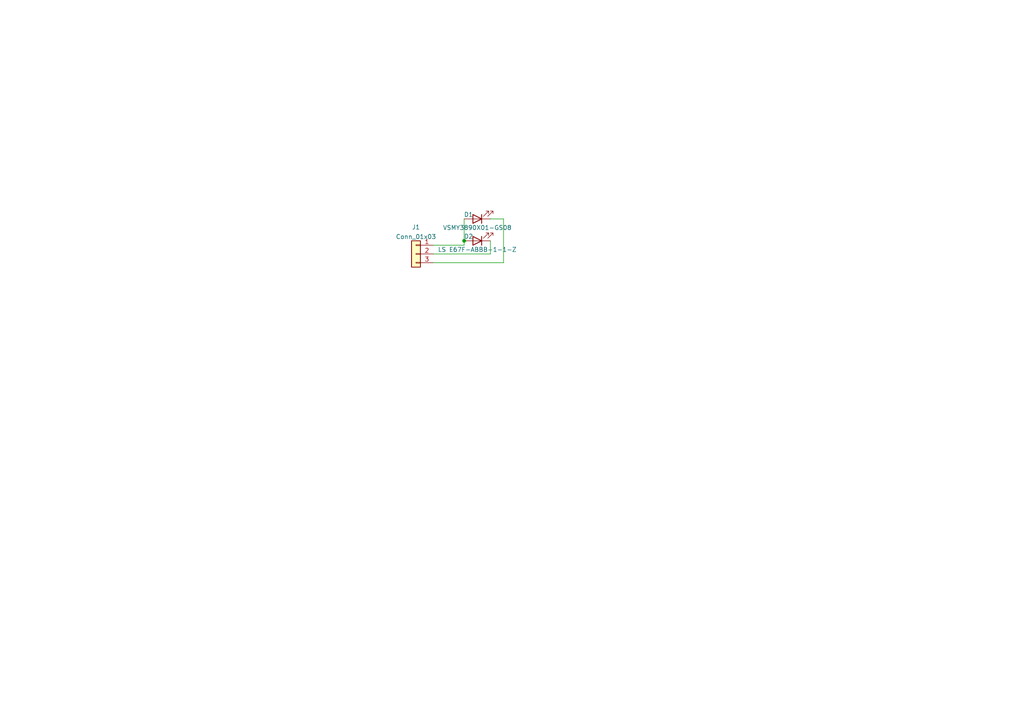
<source format=kicad_sch>
(kicad_sch (version 20211123) (generator eeschema)
  (paper "A4")
  (lib_symbols
    (symbol "Connector_Generic:Conn_01x03" (pin_names (offset 1.016) hide)
      (property "Reference" "J" (at 0 5.08 0))
      (property "Value" "Conn_01x03" (at 0 -5.08 0))
      (symbol "Conn_01x03_1_1"
        (rectangle (start -1.27 -2.413) (end 0 -2.667) (stroke (width 0.1524)))
        (rectangle (start -1.27 0.127) (end 0 -0.127) (stroke (width 0.1524)))
        (rectangle (start -1.27 2.667) (end 0 2.413) (stroke (width 0.1524)))
        (rectangle (start -1.27 3.81) (end 1.27 -3.81) (stroke (width 0.254)) (fill (type background)))
        (pin passive line (at -5.08 2.54 0) (length 3.81) (name "Pin_1") (number "1"))
        (pin passive line (at -5.08 0 0) (length 3.81) (name "Pin_2") (number "2"))
        (pin passive line (at -5.08 -2.54 0) (length 3.81) (name "Pin_3") (number "3"))
      )
    )
    (symbol "Device:LED" (pin_numbers hide) (pin_names (offset 1.016) hide)
      (property "Reference" "D" (at 0 2.54 0))
      (property "Value" "LED" (at 0 -2.54 0))
      (symbol "LED_0_1"
        (polyline (pts (xy -1.27 -1.27) (xy -1.27 1.27)) (stroke (width 0.254)))
        (polyline (pts (xy -1.27 0) (xy 1.27 0)))
        (polyline (pts (xy 1.27 -1.27) (xy 1.27 1.27) (xy -1.27 0) (xy 1.27 -1.27)) (stroke (width 0.254)))
        (polyline (pts (xy -3.048 -0.762) (xy -4.572 -2.286) (xy -3.81 -2.286) (xy -4.572 -2.286) (xy -4.572 -1.524)))
        (polyline (pts (xy -1.778 -0.762) (xy -3.302 -2.286) (xy -2.54 -2.286) (xy -3.302 -2.286) (xy -3.302 -1.524)))
      )
      (symbol "LED_1_1"
        (pin passive line (at -3.81 0 0) (length 2.54) (name "K") (number "1"))
        (pin passive line (at 3.81 0 180) (length 2.54) (name "A") (number "2"))
      )
    )
  )
  (junction (at 134.62 69.85))
  (wire (pts (xy 125.73 71.12) (xy 134.62 71.12)))
  (wire (pts (xy 134.62 69.85) (xy 134.62 63.5)))
  (wire (pts (xy 142.24 73.66) (xy 142.24 69.85)))
  (wire (pts (xy 125.73 73.66) (xy 142.24 73.66)))
  (wire (pts (xy 146.05 63.5) (xy 142.24 63.5)))
  (wire (pts (xy 134.62 71.12) (xy 134.62 69.85)))
  (wire (pts (xy 125.73 76.2) (xy 146.05 76.2)))
  (wire (pts (xy 146.05 76.2) (xy 146.05 63.5)))
  (symbol (lib_id "Device:LED") (at 138.43 69.85 180) (unit 1)
    (property "Reference" "D2" (at 135.89 68.58 0))
    (property "Value" "LS E67F-ABBB-1-1-Z" (at 138.43 72.39 0))
    (property "Footprint" "LED_SMD:LED_Cree-PLCC4_3.2x2.8mm_CCW" (effects hide))
    (property "DigiKey PN" "475-LSE67F-ABBB-1-1-ZCT-ND" (effects hide))
  )
  (symbol (lib_id "Device:LED") (at 138.43 63.5 180) (unit 1)
    (property "Reference" "D1" (at 135.89 62.23 0))
    (property "Value" "VSMY3890X01-GS08" (at 138.43 66.04 0))
    (property "Footprint" "LED_SMD:LED_1210_3225Metric" (effects hide))
    (property "DigiKey PN" "751-VSMY3890X01-GS08CT-ND" (effects hide))
  )
  (symbol (lib_id "Connector_Generic:Conn_01x03") (at 120.65 73.66 0) (mirror y) (unit 1)
    (property "Reference" "J1" (at 120.65 65.8835 0))
    (property "Value" "Conn_01x03" (at 120.65 68.6586 0))
    (property "Footprint" "Connector_PinSocket_2.54mm:PinSocket_1x03_P2.54mm_Vertical" (effects hide))
  )
)
</source>
